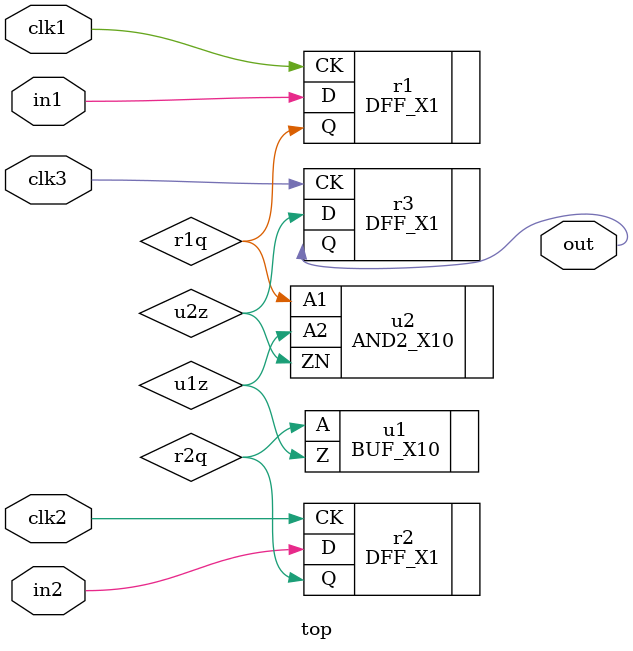
<source format=v>

module top (in1, in2, clk1, clk2, clk3, out);
  input in1, in2, clk1, clk2, clk3;
  output out;
  wire r1q, r2q, u1z, u2z;

  DFF_X1 r1 (.D(in1), .CK(clk1), .Q(r1q));
  DFF_X1 r2 (.D(in2), .CK(clk2), .Q(r2q));
  // missing liberty
  BUF_X10 u1 (.A(r2q), .Z(u1z));
  // missing lef and liberty
  AND2_X10 u2 (.A1(r1q), .A2(u1z), .ZN(u2z));
  DFF_X1 r3 (.D(u2z), .CK(clk3), .Q(out));
endmodule // top

</source>
